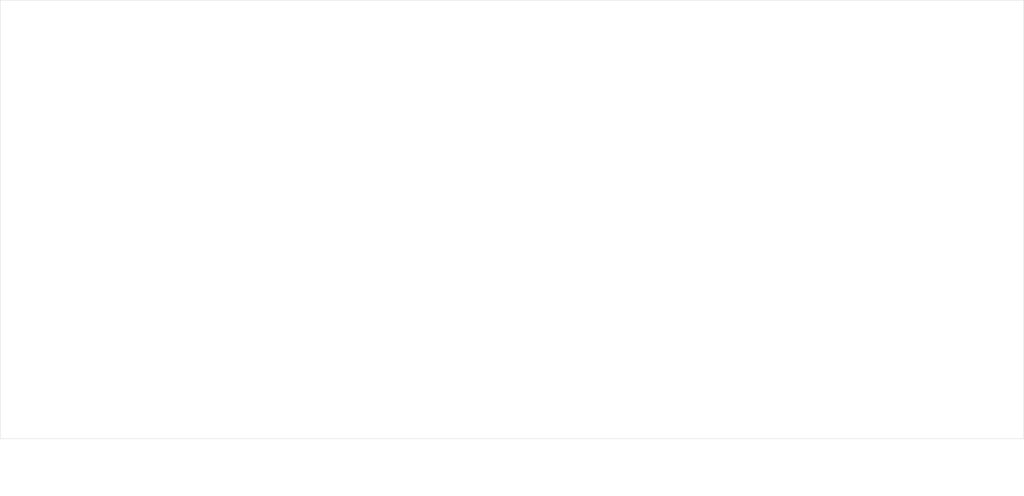
<source format=kicad_pcb>
(kicad_pcb (version 20171130) (host pcbnew "(5.1.9)-1")

  (general
    (thickness 1.6)
    (drawings 17)
    (tracks 0)
    (zones 0)
    (modules 0)
    (nets 1)
  )

  (page A3)
  (layers
    (0 F.Cu signal)
    (31 B.Cu signal)
    (32 B.Adhes user)
    (33 F.Adhes user)
    (34 B.Paste user)
    (35 F.Paste user)
    (36 B.SilkS user)
    (37 F.SilkS user)
    (38 B.Mask user)
    (39 F.Mask user)
    (40 Dwgs.User user)
    (41 Cmts.User user)
    (42 Eco1.User user)
    (43 Eco2.User user)
    (44 Edge.Cuts user)
    (45 Margin user)
    (46 B.CrtYd user)
    (47 F.CrtYd user)
    (48 B.Fab user)
    (49 F.Fab user)
  )

  (setup
    (last_trace_width 0.25)
    (trace_clearance 0.2)
    (zone_clearance 0.508)
    (zone_45_only no)
    (trace_min 0.2)
    (via_size 0.8)
    (via_drill 0.4)
    (via_min_size 0.4)
    (via_min_drill 0.3)
    (uvia_size 0.3)
    (uvia_drill 0.1)
    (uvias_allowed no)
    (uvia_min_size 0.2)
    (uvia_min_drill 0.1)
    (edge_width 0.1)
    (segment_width 0.2)
    (pcb_text_width 0.3)
    (pcb_text_size 1.5 1.5)
    (mod_edge_width 0.15)
    (mod_text_size 1 1)
    (mod_text_width 0.15)
    (pad_size 1.524 1.524)
    (pad_drill 0.762)
    (pad_to_mask_clearance 0)
    (aux_axis_origin 0 0)
    (visible_elements 7FFFFFFF)
    (pcbplotparams
      (layerselection 0x010fc_ffffffff)
      (usegerberextensions false)
      (usegerberattributes true)
      (usegerberadvancedattributes true)
      (creategerberjobfile true)
      (excludeedgelayer true)
      (linewidth 0.100000)
      (plotframeref false)
      (viasonmask false)
      (mode 1)
      (useauxorigin false)
      (hpglpennumber 1)
      (hpglpenspeed 20)
      (hpglpendiameter 15.000000)
      (psnegative false)
      (psa4output false)
      (plotreference true)
      (plotvalue true)
      (plotinvisibletext false)
      (padsonsilk false)
      (subtractmaskfromsilk false)
      (outputformat 1)
      (mirror false)
      (drillshape 1)
      (scaleselection 1)
      (outputdirectory ""))
  )

  (net 0 "")

  (net_class Default "This is the default net class."
    (clearance 0.2)
    (trace_width 0.25)
    (via_dia 0.8)
    (via_drill 0.4)
    (uvia_dia 0.3)
    (uvia_drill 0.1)
  )

  (dimension 15 (width 0.15) (layer Eco1.User)
    (gr_text "15.000 mm" (at 287.5 206.3) (layer Eco1.User)
      (effects (font (size 1 1) (thickness 0.15)))
    )
    (feature1 (pts (xy 295 200) (xy 295 205.586421)))
    (feature2 (pts (xy 280 200) (xy 280 205.586421)))
    (crossbar (pts (xy 280 205) (xy 295 205)))
    (arrow1a (pts (xy 295 205) (xy 293.873496 205.586421)))
    (arrow1b (pts (xy 295 205) (xy 293.873496 204.413579)))
    (arrow2a (pts (xy 280 205) (xy 281.126504 205.586421)))
    (arrow2b (pts (xy 280 205) (xy 281.126504 204.413579)))
  )
  (dimension 15 (width 0.15) (layer Eco1.User)
    (gr_text "15.000 mm" (at 317.5 206.3) (layer Eco1.User)
      (effects (font (size 1 1) (thickness 0.15)))
    )
    (feature1 (pts (xy 325 200) (xy 325 205.586421)))
    (feature2 (pts (xy 310 200) (xy 310 205.586421)))
    (crossbar (pts (xy 310 205) (xy 325 205)))
    (arrow1a (pts (xy 325 205) (xy 323.873496 205.586421)))
    (arrow1b (pts (xy 325 205) (xy 323.873496 204.413579)))
    (arrow2a (pts (xy 310 205) (xy 311.126504 205.586421)))
    (arrow2b (pts (xy 310 205) (xy 311.126504 204.413579)))
  )
  (dimension 15 (width 0.15) (layer Eco1.User)
    (gr_text "15.000 mm" (at 127.5 206.3) (layer Eco1.User)
      (effects (font (size 1 1) (thickness 0.15)))
    )
    (feature1 (pts (xy 135 200) (xy 135 205.586421)))
    (feature2 (pts (xy 120 200) (xy 120 205.586421)))
    (crossbar (pts (xy 120 205) (xy 135 205)))
    (arrow1a (pts (xy 135 205) (xy 133.873496 205.586421)))
    (arrow1b (pts (xy 135 205) (xy 133.873496 204.413579)))
    (arrow2a (pts (xy 120 205) (xy 121.126504 205.586421)))
    (arrow2b (pts (xy 120 205) (xy 121.126504 204.413579)))
  )
  (dimension 10 (width 0.15) (layer Eco1.User)
    (gr_text "10.000 mm" (at 85 216.3) (layer Eco1.User)
      (effects (font (size 1 1) (thickness 0.15)))
    )
    (feature1 (pts (xy 80 200) (xy 80 215.586421)))
    (feature2 (pts (xy 90 200) (xy 90 215.586421)))
    (crossbar (pts (xy 90 215) (xy 80 215)))
    (arrow1a (pts (xy 80 215) (xy 81.126504 214.413579)))
    (arrow1b (pts (xy 80 215) (xy 81.126504 215.586421)))
    (arrow2a (pts (xy 90 215) (xy 88.873496 214.413579)))
    (arrow2b (pts (xy 90 215) (xy 88.873496 215.586421)))
  )
  (dimension 30 (width 0.15) (layer Eco1.User)
    (gr_text "30.000 mm" (at 105 216.3) (layer Eco1.User)
      (effects (font (size 1 1) (thickness 0.15)))
    )
    (feature1 (pts (xy 90 200) (xy 90 215.586421)))
    (feature2 (pts (xy 120 200) (xy 120 215.586421)))
    (crossbar (pts (xy 120 215) (xy 90 215)))
    (arrow1a (pts (xy 90 215) (xy 91.126504 214.413579)))
    (arrow1b (pts (xy 90 215) (xy 91.126504 215.586421)))
    (arrow2a (pts (xy 120 215) (xy 118.873496 214.413579)))
    (arrow2b (pts (xy 120 215) (xy 118.873496 215.586421)))
  )
  (dimension 35 (width 0.15) (layer Eco1.User)
    (gr_text "35.000 mm" (at 137.5 216.3) (layer Eco1.User)
      (effects (font (size 1 1) (thickness 0.15)))
    )
    (feature1 (pts (xy 120 200) (xy 120 215.586421)))
    (feature2 (pts (xy 155 200) (xy 155 215.586421)))
    (crossbar (pts (xy 155 215) (xy 120 215)))
    (arrow1a (pts (xy 120 215) (xy 121.126504 214.413579)))
    (arrow1b (pts (xy 120 215) (xy 121.126504 215.586421)))
    (arrow2a (pts (xy 155 215) (xy 153.873496 214.413579)))
    (arrow2b (pts (xy 155 215) (xy 153.873496 215.586421)))
  )
  (dimension 30 (width 0.15) (layer Eco1.User)
    (gr_text "30.000 mm" (at 170 216.3) (layer Eco1.User)
      (effects (font (size 1 1) (thickness 0.15)))
    )
    (feature1 (pts (xy 155 200) (xy 155 215.586421)))
    (feature2 (pts (xy 185 200) (xy 185 215.586421)))
    (crossbar (pts (xy 185 215) (xy 155 215)))
    (arrow1a (pts (xy 155 215) (xy 156.126504 214.413579)))
    (arrow1b (pts (xy 155 215) (xy 156.126504 215.586421)))
    (arrow2a (pts (xy 185 215) (xy 183.873496 214.413579)))
    (arrow2b (pts (xy 185 215) (xy 183.873496 215.586421)))
  )
  (dimension 30 (width 0.15) (layer Eco1.User)
    (gr_text "30.000 mm" (at 200 216.3) (layer Eco1.User)
      (effects (font (size 1 1) (thickness 0.15)))
    )
    (feature1 (pts (xy 185 200) (xy 185 215.586421)))
    (feature2 (pts (xy 215 200) (xy 215 215.586421)))
    (crossbar (pts (xy 215 215) (xy 185 215)))
    (arrow1a (pts (xy 185 215) (xy 186.126504 214.413579)))
    (arrow1b (pts (xy 185 215) (xy 186.126504 215.586421)))
    (arrow2a (pts (xy 215 215) (xy 213.873496 214.413579)))
    (arrow2b (pts (xy 215 215) (xy 213.873496 215.586421)))
  )
  (dimension 30 (width 0.15) (layer Eco1.User)
    (gr_text "30.000 mm" (at 230 216.3) (layer Eco1.User)
      (effects (font (size 1 1) (thickness 0.15)))
    )
    (feature1 (pts (xy 215 200) (xy 215 215.586421)))
    (feature2 (pts (xy 245 200) (xy 245 215.586421)))
    (crossbar (pts (xy 245 215) (xy 215 215)))
    (arrow1a (pts (xy 215 215) (xy 216.126504 214.413579)))
    (arrow1b (pts (xy 215 215) (xy 216.126504 215.586421)))
    (arrow2a (pts (xy 245 215) (xy 243.873496 214.413579)))
    (arrow2b (pts (xy 245 215) (xy 243.873496 215.586421)))
  )
  (dimension 35 (width 0.15) (layer Eco1.User)
    (gr_text "35.000 mm" (at 262.5 216.3) (layer Eco1.User)
      (effects (font (size 1 1) (thickness 0.15)))
    )
    (feature1 (pts (xy 245 200) (xy 245 215.586421)))
    (feature2 (pts (xy 280 200) (xy 280 215.586421)))
    (crossbar (pts (xy 280 215) (xy 245 215)))
    (arrow1a (pts (xy 245 215) (xy 246.126504 214.413579)))
    (arrow1b (pts (xy 245 215) (xy 246.126504 215.586421)))
    (arrow2a (pts (xy 280 215) (xy 278.873496 214.413579)))
    (arrow2b (pts (xy 280 215) (xy 278.873496 215.586421)))
  )
  (dimension 30 (width 0.15) (layer Eco1.User)
    (gr_text "30.000 mm" (at 295 216.3) (layer Eco1.User) (tstamp 608EFFDD)
      (effects (font (size 1 1) (thickness 0.15)))
    )
    (feature1 (pts (xy 280 200) (xy 280 215.586421)))
    (feature2 (pts (xy 310 200) (xy 310 215.586421)))
    (crossbar (pts (xy 310 215) (xy 280 215)))
    (arrow1a (pts (xy 280 215) (xy 281.126504 214.413579)))
    (arrow1b (pts (xy 280 215) (xy 281.126504 215.586421)))
    (arrow2a (pts (xy 310 215) (xy 308.873496 214.413579)))
    (arrow2b (pts (xy 310 215) (xy 308.873496 215.586421)))
  )
  (dimension 35 (width 0.15) (layer Eco1.User)
    (gr_text "35.000 mm" (at 327.5 216.3) (layer Eco1.User)
      (effects (font (size 1 1) (thickness 0.15)))
    )
    (feature1 (pts (xy 310 200) (xy 310 215.586421)))
    (feature2 (pts (xy 345 200) (xy 345 215.586421)))
    (crossbar (pts (xy 345 215) (xy 310 215)))
    (arrow1a (pts (xy 310 215) (xy 311.126504 214.413579)))
    (arrow1b (pts (xy 310 215) (xy 311.126504 215.586421)))
    (arrow2a (pts (xy 345 215) (xy 343.873496 214.413579)))
    (arrow2b (pts (xy 345 215) (xy 343.873496 215.586421)))
  )
  (dimension 15 (width 0.15) (layer Eco1.User)
    (gr_text "15.000 mm" (at 352.5 216.3) (layer Eco1.User)
      (effects (font (size 1 1) (thickness 0.15)))
    )
    (feature1 (pts (xy 345 200) (xy 345 215.586421)))
    (feature2 (pts (xy 360 200) (xy 360 215.586421)))
    (crossbar (pts (xy 360 215) (xy 345 215)))
    (arrow1a (pts (xy 345 215) (xy 346.126504 214.413579)))
    (arrow1b (pts (xy 345 215) (xy 346.126504 215.586421)))
    (arrow2a (pts (xy 360 215) (xy 358.873496 214.413579)))
    (arrow2b (pts (xy 360 215) (xy 358.873496 215.586421)))
  )
  (gr_line (start 360 200) (end 360 80) (layer Edge.Cuts) (width 0.1) (tstamp 608E92BE))
  (gr_line (start 80 80) (end 360 80) (layer Edge.Cuts) (width 0.1))
  (gr_line (start 80 200) (end 80 80) (layer Edge.Cuts) (width 0.1))
  (gr_line (start 360 200) (end 80 200) (layer Edge.Cuts) (width 0.1))

)

</source>
